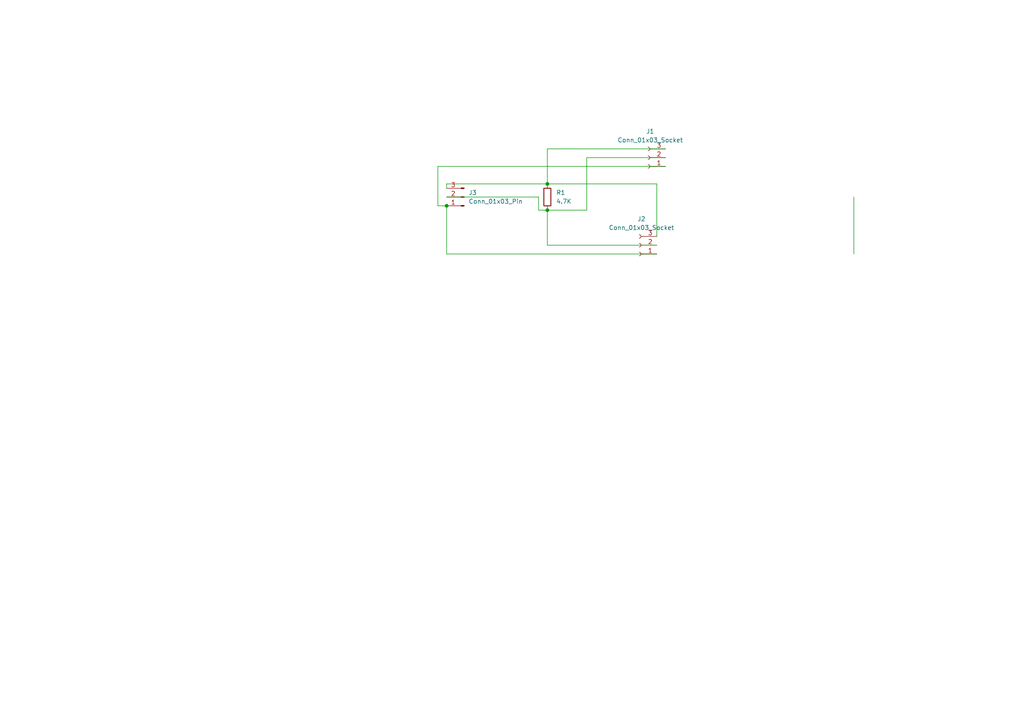
<source format=kicad_sch>
(kicad_sch (version 20231120) (generator "eeschema") (generator_version "8.0")
  (paper "A4")
  (lib_symbols
    (symbol "Connector:Conn_01x03_Pin" (pin_names (offset 1.016) hide)
      (property "Reference" "J" (at 0 5.08 0))
      (property "Value" "Conn_01x03_Pin" (at 0 -5.08 0))
      (symbol "Conn_01x03_Pin_1_1"
        (polyline (pts (xy 1.27 -2.54) (xy 0.8636 -2.54)) (stroke (width 0.1524)))
        (polyline (pts (xy 1.27 0) (xy 0.8636 0)) (stroke (width 0.1524)))
        (polyline (pts (xy 1.27 2.54) (xy 0.8636 2.54)) (stroke (width 0.1524)))
        (rectangle (start 0.8636 -2.413) (end 0 -2.667) (stroke (width 0.1524)) (fill (type outline)))
        (rectangle (start 0.8636 0.127) (end 0 -0.127) (stroke (width 0.1524)) (fill (type outline)))
        (rectangle (start 0.8636 2.667) (end 0 2.413) (stroke (width 0.1524)) (fill (type outline)))
        (pin passive line (at 5.08 2.54 180) (length 3.81) (name "Pin_1") (number "1"))
        (pin passive line (at 5.08 0 180) (length 3.81) (name "Pin_2") (number "2"))
        (pin passive line (at 5.08 -2.54 180) (length 3.81) (name "Pin_3") (number "3"))
      )
    )
    (symbol "Connector:Conn_01x03_Socket" (pin_names (offset 1.016) hide)
      (property "Reference" "J" (at 0 5.08 0))
      (property "Value" "Conn_01x03_Socket" (at 0 -5.08 0))
      (symbol "Conn_01x03_Socket_1_1"
        (arc (start 0 -2.032) (mid -0.5058 -2.54) (end 0 -3.048) (stroke (width 0.1524)))
        (polyline (pts (xy -1.27 -2.54) (xy -0.508 -2.54)) (stroke (width 0.1524)))
        (polyline (pts (xy -1.27 0) (xy -0.508 0)) (stroke (width 0.1524)))
        (polyline (pts (xy -1.27 2.54) (xy -0.508 2.54)) (stroke (width 0.1524)))
        (arc (start 0 0.508) (mid -0.5058 0) (end 0 -0.508) (stroke (width 0.1524)))
        (arc (start 0 3.048) (mid -0.5058 2.54) (end 0 2.032) (stroke (width 0.1524)))
        (pin passive line (at -5.08 2.54 0) (length 3.81) (name "Pin_1") (number "1"))
        (pin passive line (at -5.08 0 0) (length 3.81) (name "Pin_2") (number "2"))
        (pin passive line (at -5.08 -2.54 0) (length 3.81) (name "Pin_3") (number "3"))
      )
    )
    (symbol "Device:R" (pin_numbers hide) (pin_names (offset 0))
      (property "Reference" "R" (at 2.032 0 90))
      (property "Value" "R" (at 0 0 90))
      (symbol "R_0_1"
        (rectangle (start -1.016 -2.54) (end 1.016 2.54) (stroke (width 0.254)))
      )
      (symbol "R_1_1"
        (pin passive line (at 0 3.81 270) (length 1.27) (name "~") (number "1"))
        (pin passive line (at 0 -3.81 90) (length 1.27) (name "~") (number "2"))
      )
    )
  )
  (junction (at 129.54 59.69))
  (junction (at 158.75 53.34))
  (junction (at 158.75 60.96))
  (wire (pts (xy 158.75 60.96) (xy 156.21 60.96)))
  (wire (pts (xy 170.18 60.96) (xy 158.75 60.96)))
  (wire (pts (xy 190.5 73.66) (xy 129.54 73.66)))
  (wire (pts (xy 156.21 60.96) (xy 156.21 57.15)))
  (wire (pts (xy 129.54 53.34) (xy 129.54 54.61)))
  (wire (pts (xy 158.75 53.34) (xy 129.54 53.34)))
  (wire (pts (xy 190.5 53.34) (xy 190.5 68.58)))
  (wire (pts (xy 193.04 43.18) (xy 158.75 43.18)))
  (wire (pts (xy 190.5 53.34) (xy 158.75 53.34)))
  (wire (pts (xy 158.75 43.18) (xy 158.75 53.34)))
  (wire (pts (xy 127 59.69) (xy 129.54 59.69)))
  (wire (pts (xy 247.65 73.66) (xy 247.65 57.15)))
  (wire (pts (xy 193.04 45.72) (xy 170.18 45.72)))
  (wire (pts (xy 193.04 48.26) (xy 127 48.26)))
  (wire (pts (xy 190.5 71.12) (xy 158.75 71.12)))
  (wire (pts (xy 156.21 57.15) (xy 129.54 57.15)))
  (wire (pts (xy 170.18 45.72) (xy 170.18 60.96)))
  (wire (pts (xy 129.54 73.66) (xy 129.54 59.69)))
  (wire (pts (xy 127 48.26) (xy 127 59.69)))
  (wire (pts (xy 158.75 71.12) (xy 158.75 60.96)))
  (symbol (lib_id "Connector:Conn_01x03_Socket") (at 187.96 45.72 180) (unit 1)
    (property "Reference" "J1" (at 188.595 38.1 0))
    (property "Value" "Conn_01x03_Socket" (at 188.595 40.64 0))
    (property "Footprint" "Connector_PinSocket_2.54mm:PinSocket_1x03_P2.54mm_Vertical" (effects (hide yes)))
    (property "Description" "Generic connector, single row, 01x03, script generated" (effects (hide yes)))
  )
  (symbol (lib_id "Device:R") (at 158.75 57.15 0) (unit 1)
    (property "Reference" "R1" (at 161.29 55.8799 0) (effects (justify left)))
    (property "Value" "4.7K" (at 161.29 58.4199 0) (effects (justify left)))
    (property "Footprint" "Resistor_SMD:R_0201_0603Metric" (effects (hide yes)))
    (property "Description" "Resistor" (effects (hide yes)))
  )
  (symbol (lib_id "Connector:Conn_01x03_Pin") (at 134.62 57.15 180) (unit 1)
    (property "Reference" "J3" (at 135.89 55.8799 0) (effects (justify right)))
    (property "Value" "Conn_01x03_Pin" (at 135.89 58.4199 0) (effects (justify right)))
    (property "Footprint" "Connector_PinSocket_2.54mm:PinSocket_1x03_P2.54mm_Vertical" (effects (hide yes)))
    (property "Description" "Generic connector, single row, 01x03, script generated" (effects (hide yes)))
  )
  (symbol (lib_id "Connector:Conn_01x03_Socket") (at 185.42 71.12 180) (unit 1)
    (property "Reference" "J2" (at 186.055 63.5 0))
    (property "Value" "Conn_01x03_Socket" (at 186.055 66.04 0))
    (property "Footprint" "Connector_PinSocket_2.54mm:PinSocket_1x03_P2.54mm_Vertical" (effects (hide yes)))
    (property "Description" "Generic connector, single row, 01x03, script generated" (effects (hide yes)))
  )
)
</source>
